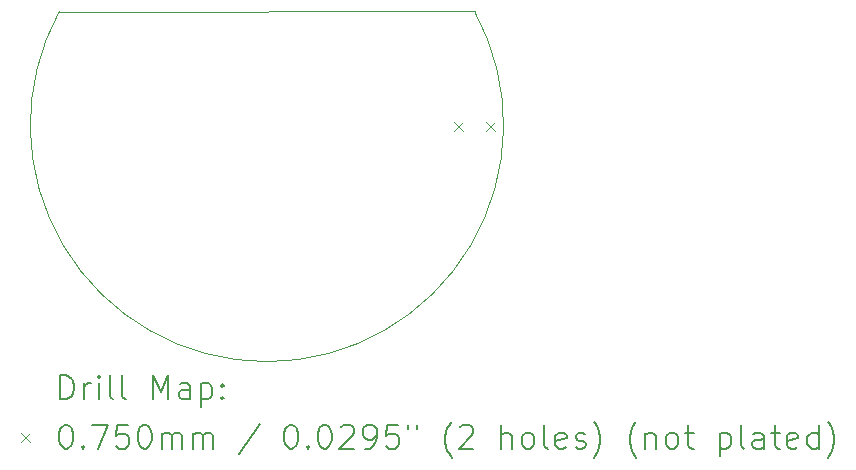
<source format=gbr>
%TF.GenerationSoftware,KiCad,Pcbnew,7.0.5*%
%TF.CreationDate,2025-08-15T19:59:58+01:00*%
%TF.ProjectId,smartwatch,736d6172-7477-4617-9463-682e6b696361,rev?*%
%TF.SameCoordinates,Original*%
%TF.FileFunction,Drillmap*%
%TF.FilePolarity,Positive*%
%FSLAX45Y45*%
G04 Gerber Fmt 4.5, Leading zero omitted, Abs format (unit mm)*
G04 Created by KiCad (PCBNEW 7.0.5) date 2025-08-15 19:59:58*
%MOMM*%
%LPD*%
G01*
G04 APERTURE LIST*
%ADD10C,0.100000*%
%ADD11C,0.200000*%
%ADD12C,0.075000*%
G04 APERTURE END LIST*
D10*
X2793522Y-3286922D02*
G75*
G03*
X6310000Y-3285000I1758764J-960078D01*
G01*
X2793522Y-3286922D02*
X6310000Y-3285000D01*
D11*
D12*
X6135000Y-4222500D02*
X6210000Y-4297500D01*
X6210000Y-4222500D02*
X6135000Y-4297500D01*
X6410000Y-4222500D02*
X6485000Y-4297500D01*
X6485000Y-4222500D02*
X6410000Y-4297500D01*
D11*
X2804316Y-6567231D02*
X2804316Y-6367231D01*
X2804316Y-6367231D02*
X2851935Y-6367231D01*
X2851935Y-6367231D02*
X2880507Y-6376754D01*
X2880507Y-6376754D02*
X2899554Y-6395802D01*
X2899554Y-6395802D02*
X2909078Y-6414850D01*
X2909078Y-6414850D02*
X2918602Y-6452945D01*
X2918602Y-6452945D02*
X2918602Y-6481516D01*
X2918602Y-6481516D02*
X2909078Y-6519612D01*
X2909078Y-6519612D02*
X2899554Y-6538659D01*
X2899554Y-6538659D02*
X2880507Y-6557707D01*
X2880507Y-6557707D02*
X2851935Y-6567231D01*
X2851935Y-6567231D02*
X2804316Y-6567231D01*
X3004316Y-6567231D02*
X3004316Y-6433897D01*
X3004316Y-6471993D02*
X3013840Y-6452945D01*
X3013840Y-6452945D02*
X3023364Y-6443421D01*
X3023364Y-6443421D02*
X3042411Y-6433897D01*
X3042411Y-6433897D02*
X3061459Y-6433897D01*
X3128126Y-6567231D02*
X3128126Y-6433897D01*
X3128126Y-6367231D02*
X3118602Y-6376754D01*
X3118602Y-6376754D02*
X3128126Y-6386278D01*
X3128126Y-6386278D02*
X3137649Y-6376754D01*
X3137649Y-6376754D02*
X3128126Y-6367231D01*
X3128126Y-6367231D02*
X3128126Y-6386278D01*
X3251935Y-6567231D02*
X3232887Y-6557707D01*
X3232887Y-6557707D02*
X3223364Y-6538659D01*
X3223364Y-6538659D02*
X3223364Y-6367231D01*
X3356697Y-6567231D02*
X3337649Y-6557707D01*
X3337649Y-6557707D02*
X3328126Y-6538659D01*
X3328126Y-6538659D02*
X3328126Y-6367231D01*
X3585268Y-6567231D02*
X3585268Y-6367231D01*
X3585268Y-6367231D02*
X3651935Y-6510088D01*
X3651935Y-6510088D02*
X3718602Y-6367231D01*
X3718602Y-6367231D02*
X3718602Y-6567231D01*
X3899554Y-6567231D02*
X3899554Y-6462469D01*
X3899554Y-6462469D02*
X3890030Y-6443421D01*
X3890030Y-6443421D02*
X3870983Y-6433897D01*
X3870983Y-6433897D02*
X3832887Y-6433897D01*
X3832887Y-6433897D02*
X3813840Y-6443421D01*
X3899554Y-6557707D02*
X3880507Y-6567231D01*
X3880507Y-6567231D02*
X3832887Y-6567231D01*
X3832887Y-6567231D02*
X3813840Y-6557707D01*
X3813840Y-6557707D02*
X3804316Y-6538659D01*
X3804316Y-6538659D02*
X3804316Y-6519612D01*
X3804316Y-6519612D02*
X3813840Y-6500564D01*
X3813840Y-6500564D02*
X3832887Y-6491040D01*
X3832887Y-6491040D02*
X3880507Y-6491040D01*
X3880507Y-6491040D02*
X3899554Y-6481516D01*
X3994792Y-6433897D02*
X3994792Y-6633897D01*
X3994792Y-6443421D02*
X4013840Y-6433897D01*
X4013840Y-6433897D02*
X4051935Y-6433897D01*
X4051935Y-6433897D02*
X4070983Y-6443421D01*
X4070983Y-6443421D02*
X4080507Y-6452945D01*
X4080507Y-6452945D02*
X4090030Y-6471993D01*
X4090030Y-6471993D02*
X4090030Y-6529135D01*
X4090030Y-6529135D02*
X4080507Y-6548183D01*
X4080507Y-6548183D02*
X4070983Y-6557707D01*
X4070983Y-6557707D02*
X4051935Y-6567231D01*
X4051935Y-6567231D02*
X4013840Y-6567231D01*
X4013840Y-6567231D02*
X3994792Y-6557707D01*
X4175745Y-6548183D02*
X4185268Y-6557707D01*
X4185268Y-6557707D02*
X4175745Y-6567231D01*
X4175745Y-6567231D02*
X4166221Y-6557707D01*
X4166221Y-6557707D02*
X4175745Y-6548183D01*
X4175745Y-6548183D02*
X4175745Y-6567231D01*
X4175745Y-6443421D02*
X4185268Y-6452945D01*
X4185268Y-6452945D02*
X4175745Y-6462469D01*
X4175745Y-6462469D02*
X4166221Y-6452945D01*
X4166221Y-6452945D02*
X4175745Y-6443421D01*
X4175745Y-6443421D02*
X4175745Y-6462469D01*
D12*
X2468539Y-6858247D02*
X2543539Y-6933247D01*
X2543539Y-6858247D02*
X2468539Y-6933247D01*
D11*
X2842411Y-6787231D02*
X2861459Y-6787231D01*
X2861459Y-6787231D02*
X2880507Y-6796754D01*
X2880507Y-6796754D02*
X2890030Y-6806278D01*
X2890030Y-6806278D02*
X2899554Y-6825326D01*
X2899554Y-6825326D02*
X2909078Y-6863421D01*
X2909078Y-6863421D02*
X2909078Y-6911040D01*
X2909078Y-6911040D02*
X2899554Y-6949135D01*
X2899554Y-6949135D02*
X2890030Y-6968183D01*
X2890030Y-6968183D02*
X2880507Y-6977707D01*
X2880507Y-6977707D02*
X2861459Y-6987231D01*
X2861459Y-6987231D02*
X2842411Y-6987231D01*
X2842411Y-6987231D02*
X2823364Y-6977707D01*
X2823364Y-6977707D02*
X2813840Y-6968183D01*
X2813840Y-6968183D02*
X2804316Y-6949135D01*
X2804316Y-6949135D02*
X2794792Y-6911040D01*
X2794792Y-6911040D02*
X2794792Y-6863421D01*
X2794792Y-6863421D02*
X2804316Y-6825326D01*
X2804316Y-6825326D02*
X2813840Y-6806278D01*
X2813840Y-6806278D02*
X2823364Y-6796754D01*
X2823364Y-6796754D02*
X2842411Y-6787231D01*
X2994792Y-6968183D02*
X3004316Y-6977707D01*
X3004316Y-6977707D02*
X2994792Y-6987231D01*
X2994792Y-6987231D02*
X2985268Y-6977707D01*
X2985268Y-6977707D02*
X2994792Y-6968183D01*
X2994792Y-6968183D02*
X2994792Y-6987231D01*
X3070983Y-6787231D02*
X3204316Y-6787231D01*
X3204316Y-6787231D02*
X3118602Y-6987231D01*
X3375745Y-6787231D02*
X3280507Y-6787231D01*
X3280507Y-6787231D02*
X3270983Y-6882469D01*
X3270983Y-6882469D02*
X3280507Y-6872945D01*
X3280507Y-6872945D02*
X3299554Y-6863421D01*
X3299554Y-6863421D02*
X3347173Y-6863421D01*
X3347173Y-6863421D02*
X3366221Y-6872945D01*
X3366221Y-6872945D02*
X3375745Y-6882469D01*
X3375745Y-6882469D02*
X3385268Y-6901516D01*
X3385268Y-6901516D02*
X3385268Y-6949135D01*
X3385268Y-6949135D02*
X3375745Y-6968183D01*
X3375745Y-6968183D02*
X3366221Y-6977707D01*
X3366221Y-6977707D02*
X3347173Y-6987231D01*
X3347173Y-6987231D02*
X3299554Y-6987231D01*
X3299554Y-6987231D02*
X3280507Y-6977707D01*
X3280507Y-6977707D02*
X3270983Y-6968183D01*
X3509078Y-6787231D02*
X3528126Y-6787231D01*
X3528126Y-6787231D02*
X3547173Y-6796754D01*
X3547173Y-6796754D02*
X3556697Y-6806278D01*
X3556697Y-6806278D02*
X3566221Y-6825326D01*
X3566221Y-6825326D02*
X3575745Y-6863421D01*
X3575745Y-6863421D02*
X3575745Y-6911040D01*
X3575745Y-6911040D02*
X3566221Y-6949135D01*
X3566221Y-6949135D02*
X3556697Y-6968183D01*
X3556697Y-6968183D02*
X3547173Y-6977707D01*
X3547173Y-6977707D02*
X3528126Y-6987231D01*
X3528126Y-6987231D02*
X3509078Y-6987231D01*
X3509078Y-6987231D02*
X3490030Y-6977707D01*
X3490030Y-6977707D02*
X3480507Y-6968183D01*
X3480507Y-6968183D02*
X3470983Y-6949135D01*
X3470983Y-6949135D02*
X3461459Y-6911040D01*
X3461459Y-6911040D02*
X3461459Y-6863421D01*
X3461459Y-6863421D02*
X3470983Y-6825326D01*
X3470983Y-6825326D02*
X3480507Y-6806278D01*
X3480507Y-6806278D02*
X3490030Y-6796754D01*
X3490030Y-6796754D02*
X3509078Y-6787231D01*
X3661459Y-6987231D02*
X3661459Y-6853897D01*
X3661459Y-6872945D02*
X3670983Y-6863421D01*
X3670983Y-6863421D02*
X3690030Y-6853897D01*
X3690030Y-6853897D02*
X3718602Y-6853897D01*
X3718602Y-6853897D02*
X3737649Y-6863421D01*
X3737649Y-6863421D02*
X3747173Y-6882469D01*
X3747173Y-6882469D02*
X3747173Y-6987231D01*
X3747173Y-6882469D02*
X3756697Y-6863421D01*
X3756697Y-6863421D02*
X3775745Y-6853897D01*
X3775745Y-6853897D02*
X3804316Y-6853897D01*
X3804316Y-6853897D02*
X3823364Y-6863421D01*
X3823364Y-6863421D02*
X3832888Y-6882469D01*
X3832888Y-6882469D02*
X3832888Y-6987231D01*
X3928126Y-6987231D02*
X3928126Y-6853897D01*
X3928126Y-6872945D02*
X3937649Y-6863421D01*
X3937649Y-6863421D02*
X3956697Y-6853897D01*
X3956697Y-6853897D02*
X3985269Y-6853897D01*
X3985269Y-6853897D02*
X4004316Y-6863421D01*
X4004316Y-6863421D02*
X4013840Y-6882469D01*
X4013840Y-6882469D02*
X4013840Y-6987231D01*
X4013840Y-6882469D02*
X4023364Y-6863421D01*
X4023364Y-6863421D02*
X4042411Y-6853897D01*
X4042411Y-6853897D02*
X4070983Y-6853897D01*
X4070983Y-6853897D02*
X4090030Y-6863421D01*
X4090030Y-6863421D02*
X4099554Y-6882469D01*
X4099554Y-6882469D02*
X4099554Y-6987231D01*
X4490031Y-6777707D02*
X4318602Y-7034850D01*
X4747173Y-6787231D02*
X4766221Y-6787231D01*
X4766221Y-6787231D02*
X4785269Y-6796754D01*
X4785269Y-6796754D02*
X4794793Y-6806278D01*
X4794793Y-6806278D02*
X4804316Y-6825326D01*
X4804316Y-6825326D02*
X4813840Y-6863421D01*
X4813840Y-6863421D02*
X4813840Y-6911040D01*
X4813840Y-6911040D02*
X4804316Y-6949135D01*
X4804316Y-6949135D02*
X4794793Y-6968183D01*
X4794793Y-6968183D02*
X4785269Y-6977707D01*
X4785269Y-6977707D02*
X4766221Y-6987231D01*
X4766221Y-6987231D02*
X4747173Y-6987231D01*
X4747173Y-6987231D02*
X4728126Y-6977707D01*
X4728126Y-6977707D02*
X4718602Y-6968183D01*
X4718602Y-6968183D02*
X4709078Y-6949135D01*
X4709078Y-6949135D02*
X4699554Y-6911040D01*
X4699554Y-6911040D02*
X4699554Y-6863421D01*
X4699554Y-6863421D02*
X4709078Y-6825326D01*
X4709078Y-6825326D02*
X4718602Y-6806278D01*
X4718602Y-6806278D02*
X4728126Y-6796754D01*
X4728126Y-6796754D02*
X4747173Y-6787231D01*
X4899554Y-6968183D02*
X4909078Y-6977707D01*
X4909078Y-6977707D02*
X4899554Y-6987231D01*
X4899554Y-6987231D02*
X4890031Y-6977707D01*
X4890031Y-6977707D02*
X4899554Y-6968183D01*
X4899554Y-6968183D02*
X4899554Y-6987231D01*
X5032888Y-6787231D02*
X5051935Y-6787231D01*
X5051935Y-6787231D02*
X5070983Y-6796754D01*
X5070983Y-6796754D02*
X5080507Y-6806278D01*
X5080507Y-6806278D02*
X5090031Y-6825326D01*
X5090031Y-6825326D02*
X5099554Y-6863421D01*
X5099554Y-6863421D02*
X5099554Y-6911040D01*
X5099554Y-6911040D02*
X5090031Y-6949135D01*
X5090031Y-6949135D02*
X5080507Y-6968183D01*
X5080507Y-6968183D02*
X5070983Y-6977707D01*
X5070983Y-6977707D02*
X5051935Y-6987231D01*
X5051935Y-6987231D02*
X5032888Y-6987231D01*
X5032888Y-6987231D02*
X5013840Y-6977707D01*
X5013840Y-6977707D02*
X5004316Y-6968183D01*
X5004316Y-6968183D02*
X4994793Y-6949135D01*
X4994793Y-6949135D02*
X4985269Y-6911040D01*
X4985269Y-6911040D02*
X4985269Y-6863421D01*
X4985269Y-6863421D02*
X4994793Y-6825326D01*
X4994793Y-6825326D02*
X5004316Y-6806278D01*
X5004316Y-6806278D02*
X5013840Y-6796754D01*
X5013840Y-6796754D02*
X5032888Y-6787231D01*
X5175745Y-6806278D02*
X5185269Y-6796754D01*
X5185269Y-6796754D02*
X5204316Y-6787231D01*
X5204316Y-6787231D02*
X5251935Y-6787231D01*
X5251935Y-6787231D02*
X5270983Y-6796754D01*
X5270983Y-6796754D02*
X5280507Y-6806278D01*
X5280507Y-6806278D02*
X5290031Y-6825326D01*
X5290031Y-6825326D02*
X5290031Y-6844373D01*
X5290031Y-6844373D02*
X5280507Y-6872945D01*
X5280507Y-6872945D02*
X5166221Y-6987231D01*
X5166221Y-6987231D02*
X5290031Y-6987231D01*
X5385269Y-6987231D02*
X5423364Y-6987231D01*
X5423364Y-6987231D02*
X5442412Y-6977707D01*
X5442412Y-6977707D02*
X5451935Y-6968183D01*
X5451935Y-6968183D02*
X5470983Y-6939612D01*
X5470983Y-6939612D02*
X5480507Y-6901516D01*
X5480507Y-6901516D02*
X5480507Y-6825326D01*
X5480507Y-6825326D02*
X5470983Y-6806278D01*
X5470983Y-6806278D02*
X5461459Y-6796754D01*
X5461459Y-6796754D02*
X5442412Y-6787231D01*
X5442412Y-6787231D02*
X5404316Y-6787231D01*
X5404316Y-6787231D02*
X5385269Y-6796754D01*
X5385269Y-6796754D02*
X5375745Y-6806278D01*
X5375745Y-6806278D02*
X5366221Y-6825326D01*
X5366221Y-6825326D02*
X5366221Y-6872945D01*
X5366221Y-6872945D02*
X5375745Y-6891993D01*
X5375745Y-6891993D02*
X5385269Y-6901516D01*
X5385269Y-6901516D02*
X5404316Y-6911040D01*
X5404316Y-6911040D02*
X5442412Y-6911040D01*
X5442412Y-6911040D02*
X5461459Y-6901516D01*
X5461459Y-6901516D02*
X5470983Y-6891993D01*
X5470983Y-6891993D02*
X5480507Y-6872945D01*
X5661459Y-6787231D02*
X5566221Y-6787231D01*
X5566221Y-6787231D02*
X5556697Y-6882469D01*
X5556697Y-6882469D02*
X5566221Y-6872945D01*
X5566221Y-6872945D02*
X5585269Y-6863421D01*
X5585269Y-6863421D02*
X5632888Y-6863421D01*
X5632888Y-6863421D02*
X5651935Y-6872945D01*
X5651935Y-6872945D02*
X5661459Y-6882469D01*
X5661459Y-6882469D02*
X5670983Y-6901516D01*
X5670983Y-6901516D02*
X5670983Y-6949135D01*
X5670983Y-6949135D02*
X5661459Y-6968183D01*
X5661459Y-6968183D02*
X5651935Y-6977707D01*
X5651935Y-6977707D02*
X5632888Y-6987231D01*
X5632888Y-6987231D02*
X5585269Y-6987231D01*
X5585269Y-6987231D02*
X5566221Y-6977707D01*
X5566221Y-6977707D02*
X5556697Y-6968183D01*
X5747173Y-6787231D02*
X5747173Y-6825326D01*
X5823364Y-6787231D02*
X5823364Y-6825326D01*
X6118602Y-7063421D02*
X6109078Y-7053897D01*
X6109078Y-7053897D02*
X6090031Y-7025326D01*
X6090031Y-7025326D02*
X6080507Y-7006278D01*
X6080507Y-7006278D02*
X6070983Y-6977707D01*
X6070983Y-6977707D02*
X6061459Y-6930088D01*
X6061459Y-6930088D02*
X6061459Y-6891993D01*
X6061459Y-6891993D02*
X6070983Y-6844373D01*
X6070983Y-6844373D02*
X6080507Y-6815802D01*
X6080507Y-6815802D02*
X6090031Y-6796754D01*
X6090031Y-6796754D02*
X6109078Y-6768183D01*
X6109078Y-6768183D02*
X6118602Y-6758659D01*
X6185269Y-6806278D02*
X6194793Y-6796754D01*
X6194793Y-6796754D02*
X6213840Y-6787231D01*
X6213840Y-6787231D02*
X6261459Y-6787231D01*
X6261459Y-6787231D02*
X6280507Y-6796754D01*
X6280507Y-6796754D02*
X6290031Y-6806278D01*
X6290031Y-6806278D02*
X6299554Y-6825326D01*
X6299554Y-6825326D02*
X6299554Y-6844373D01*
X6299554Y-6844373D02*
X6290031Y-6872945D01*
X6290031Y-6872945D02*
X6175745Y-6987231D01*
X6175745Y-6987231D02*
X6299554Y-6987231D01*
X6537650Y-6987231D02*
X6537650Y-6787231D01*
X6623364Y-6987231D02*
X6623364Y-6882469D01*
X6623364Y-6882469D02*
X6613840Y-6863421D01*
X6613840Y-6863421D02*
X6594793Y-6853897D01*
X6594793Y-6853897D02*
X6566221Y-6853897D01*
X6566221Y-6853897D02*
X6547174Y-6863421D01*
X6547174Y-6863421D02*
X6537650Y-6872945D01*
X6747174Y-6987231D02*
X6728126Y-6977707D01*
X6728126Y-6977707D02*
X6718602Y-6968183D01*
X6718602Y-6968183D02*
X6709078Y-6949135D01*
X6709078Y-6949135D02*
X6709078Y-6891993D01*
X6709078Y-6891993D02*
X6718602Y-6872945D01*
X6718602Y-6872945D02*
X6728126Y-6863421D01*
X6728126Y-6863421D02*
X6747174Y-6853897D01*
X6747174Y-6853897D02*
X6775745Y-6853897D01*
X6775745Y-6853897D02*
X6794793Y-6863421D01*
X6794793Y-6863421D02*
X6804316Y-6872945D01*
X6804316Y-6872945D02*
X6813840Y-6891993D01*
X6813840Y-6891993D02*
X6813840Y-6949135D01*
X6813840Y-6949135D02*
X6804316Y-6968183D01*
X6804316Y-6968183D02*
X6794793Y-6977707D01*
X6794793Y-6977707D02*
X6775745Y-6987231D01*
X6775745Y-6987231D02*
X6747174Y-6987231D01*
X6928126Y-6987231D02*
X6909078Y-6977707D01*
X6909078Y-6977707D02*
X6899555Y-6958659D01*
X6899555Y-6958659D02*
X6899555Y-6787231D01*
X7080507Y-6977707D02*
X7061459Y-6987231D01*
X7061459Y-6987231D02*
X7023364Y-6987231D01*
X7023364Y-6987231D02*
X7004316Y-6977707D01*
X7004316Y-6977707D02*
X6994793Y-6958659D01*
X6994793Y-6958659D02*
X6994793Y-6882469D01*
X6994793Y-6882469D02*
X7004316Y-6863421D01*
X7004316Y-6863421D02*
X7023364Y-6853897D01*
X7023364Y-6853897D02*
X7061459Y-6853897D01*
X7061459Y-6853897D02*
X7080507Y-6863421D01*
X7080507Y-6863421D02*
X7090031Y-6882469D01*
X7090031Y-6882469D02*
X7090031Y-6901516D01*
X7090031Y-6901516D02*
X6994793Y-6920564D01*
X7166221Y-6977707D02*
X7185269Y-6987231D01*
X7185269Y-6987231D02*
X7223364Y-6987231D01*
X7223364Y-6987231D02*
X7242412Y-6977707D01*
X7242412Y-6977707D02*
X7251936Y-6958659D01*
X7251936Y-6958659D02*
X7251936Y-6949135D01*
X7251936Y-6949135D02*
X7242412Y-6930088D01*
X7242412Y-6930088D02*
X7223364Y-6920564D01*
X7223364Y-6920564D02*
X7194793Y-6920564D01*
X7194793Y-6920564D02*
X7175745Y-6911040D01*
X7175745Y-6911040D02*
X7166221Y-6891993D01*
X7166221Y-6891993D02*
X7166221Y-6882469D01*
X7166221Y-6882469D02*
X7175745Y-6863421D01*
X7175745Y-6863421D02*
X7194793Y-6853897D01*
X7194793Y-6853897D02*
X7223364Y-6853897D01*
X7223364Y-6853897D02*
X7242412Y-6863421D01*
X7318602Y-7063421D02*
X7328126Y-7053897D01*
X7328126Y-7053897D02*
X7347174Y-7025326D01*
X7347174Y-7025326D02*
X7356697Y-7006278D01*
X7356697Y-7006278D02*
X7366221Y-6977707D01*
X7366221Y-6977707D02*
X7375745Y-6930088D01*
X7375745Y-6930088D02*
X7375745Y-6891993D01*
X7375745Y-6891993D02*
X7366221Y-6844373D01*
X7366221Y-6844373D02*
X7356697Y-6815802D01*
X7356697Y-6815802D02*
X7347174Y-6796754D01*
X7347174Y-6796754D02*
X7328126Y-6768183D01*
X7328126Y-6768183D02*
X7318602Y-6758659D01*
X7680507Y-7063421D02*
X7670983Y-7053897D01*
X7670983Y-7053897D02*
X7651936Y-7025326D01*
X7651936Y-7025326D02*
X7642412Y-7006278D01*
X7642412Y-7006278D02*
X7632888Y-6977707D01*
X7632888Y-6977707D02*
X7623364Y-6930088D01*
X7623364Y-6930088D02*
X7623364Y-6891993D01*
X7623364Y-6891993D02*
X7632888Y-6844373D01*
X7632888Y-6844373D02*
X7642412Y-6815802D01*
X7642412Y-6815802D02*
X7651936Y-6796754D01*
X7651936Y-6796754D02*
X7670983Y-6768183D01*
X7670983Y-6768183D02*
X7680507Y-6758659D01*
X7756697Y-6853897D02*
X7756697Y-6987231D01*
X7756697Y-6872945D02*
X7766221Y-6863421D01*
X7766221Y-6863421D02*
X7785269Y-6853897D01*
X7785269Y-6853897D02*
X7813840Y-6853897D01*
X7813840Y-6853897D02*
X7832888Y-6863421D01*
X7832888Y-6863421D02*
X7842412Y-6882469D01*
X7842412Y-6882469D02*
X7842412Y-6987231D01*
X7966221Y-6987231D02*
X7947174Y-6977707D01*
X7947174Y-6977707D02*
X7937650Y-6968183D01*
X7937650Y-6968183D02*
X7928126Y-6949135D01*
X7928126Y-6949135D02*
X7928126Y-6891993D01*
X7928126Y-6891993D02*
X7937650Y-6872945D01*
X7937650Y-6872945D02*
X7947174Y-6863421D01*
X7947174Y-6863421D02*
X7966221Y-6853897D01*
X7966221Y-6853897D02*
X7994793Y-6853897D01*
X7994793Y-6853897D02*
X8013840Y-6863421D01*
X8013840Y-6863421D02*
X8023364Y-6872945D01*
X8023364Y-6872945D02*
X8032888Y-6891993D01*
X8032888Y-6891993D02*
X8032888Y-6949135D01*
X8032888Y-6949135D02*
X8023364Y-6968183D01*
X8023364Y-6968183D02*
X8013840Y-6977707D01*
X8013840Y-6977707D02*
X7994793Y-6987231D01*
X7994793Y-6987231D02*
X7966221Y-6987231D01*
X8090031Y-6853897D02*
X8166221Y-6853897D01*
X8118602Y-6787231D02*
X8118602Y-6958659D01*
X8118602Y-6958659D02*
X8128126Y-6977707D01*
X8128126Y-6977707D02*
X8147174Y-6987231D01*
X8147174Y-6987231D02*
X8166221Y-6987231D01*
X8385269Y-6853897D02*
X8385269Y-7053897D01*
X8385269Y-6863421D02*
X8404317Y-6853897D01*
X8404317Y-6853897D02*
X8442412Y-6853897D01*
X8442412Y-6853897D02*
X8461460Y-6863421D01*
X8461460Y-6863421D02*
X8470983Y-6872945D01*
X8470983Y-6872945D02*
X8480507Y-6891993D01*
X8480507Y-6891993D02*
X8480507Y-6949135D01*
X8480507Y-6949135D02*
X8470983Y-6968183D01*
X8470983Y-6968183D02*
X8461460Y-6977707D01*
X8461460Y-6977707D02*
X8442412Y-6987231D01*
X8442412Y-6987231D02*
X8404317Y-6987231D01*
X8404317Y-6987231D02*
X8385269Y-6977707D01*
X8594793Y-6987231D02*
X8575745Y-6977707D01*
X8575745Y-6977707D02*
X8566221Y-6958659D01*
X8566221Y-6958659D02*
X8566221Y-6787231D01*
X8756698Y-6987231D02*
X8756698Y-6882469D01*
X8756698Y-6882469D02*
X8747174Y-6863421D01*
X8747174Y-6863421D02*
X8728126Y-6853897D01*
X8728126Y-6853897D02*
X8690031Y-6853897D01*
X8690031Y-6853897D02*
X8670983Y-6863421D01*
X8756698Y-6977707D02*
X8737650Y-6987231D01*
X8737650Y-6987231D02*
X8690031Y-6987231D01*
X8690031Y-6987231D02*
X8670983Y-6977707D01*
X8670983Y-6977707D02*
X8661460Y-6958659D01*
X8661460Y-6958659D02*
X8661460Y-6939612D01*
X8661460Y-6939612D02*
X8670983Y-6920564D01*
X8670983Y-6920564D02*
X8690031Y-6911040D01*
X8690031Y-6911040D02*
X8737650Y-6911040D01*
X8737650Y-6911040D02*
X8756698Y-6901516D01*
X8823364Y-6853897D02*
X8899555Y-6853897D01*
X8851936Y-6787231D02*
X8851936Y-6958659D01*
X8851936Y-6958659D02*
X8861460Y-6977707D01*
X8861460Y-6977707D02*
X8880507Y-6987231D01*
X8880507Y-6987231D02*
X8899555Y-6987231D01*
X9042412Y-6977707D02*
X9023364Y-6987231D01*
X9023364Y-6987231D02*
X8985269Y-6987231D01*
X8985269Y-6987231D02*
X8966221Y-6977707D01*
X8966221Y-6977707D02*
X8956698Y-6958659D01*
X8956698Y-6958659D02*
X8956698Y-6882469D01*
X8956698Y-6882469D02*
X8966221Y-6863421D01*
X8966221Y-6863421D02*
X8985269Y-6853897D01*
X8985269Y-6853897D02*
X9023364Y-6853897D01*
X9023364Y-6853897D02*
X9042412Y-6863421D01*
X9042412Y-6863421D02*
X9051936Y-6882469D01*
X9051936Y-6882469D02*
X9051936Y-6901516D01*
X9051936Y-6901516D02*
X8956698Y-6920564D01*
X9223364Y-6987231D02*
X9223364Y-6787231D01*
X9223364Y-6977707D02*
X9204317Y-6987231D01*
X9204317Y-6987231D02*
X9166221Y-6987231D01*
X9166221Y-6987231D02*
X9147174Y-6977707D01*
X9147174Y-6977707D02*
X9137650Y-6968183D01*
X9137650Y-6968183D02*
X9128126Y-6949135D01*
X9128126Y-6949135D02*
X9128126Y-6891993D01*
X9128126Y-6891993D02*
X9137650Y-6872945D01*
X9137650Y-6872945D02*
X9147174Y-6863421D01*
X9147174Y-6863421D02*
X9166221Y-6853897D01*
X9166221Y-6853897D02*
X9204317Y-6853897D01*
X9204317Y-6853897D02*
X9223364Y-6863421D01*
X9299555Y-7063421D02*
X9309079Y-7053897D01*
X9309079Y-7053897D02*
X9328126Y-7025326D01*
X9328126Y-7025326D02*
X9337650Y-7006278D01*
X9337650Y-7006278D02*
X9347174Y-6977707D01*
X9347174Y-6977707D02*
X9356698Y-6930088D01*
X9356698Y-6930088D02*
X9356698Y-6891993D01*
X9356698Y-6891993D02*
X9347174Y-6844373D01*
X9347174Y-6844373D02*
X9337650Y-6815802D01*
X9337650Y-6815802D02*
X9328126Y-6796754D01*
X9328126Y-6796754D02*
X9309079Y-6768183D01*
X9309079Y-6768183D02*
X9299555Y-6758659D01*
M02*

</source>
